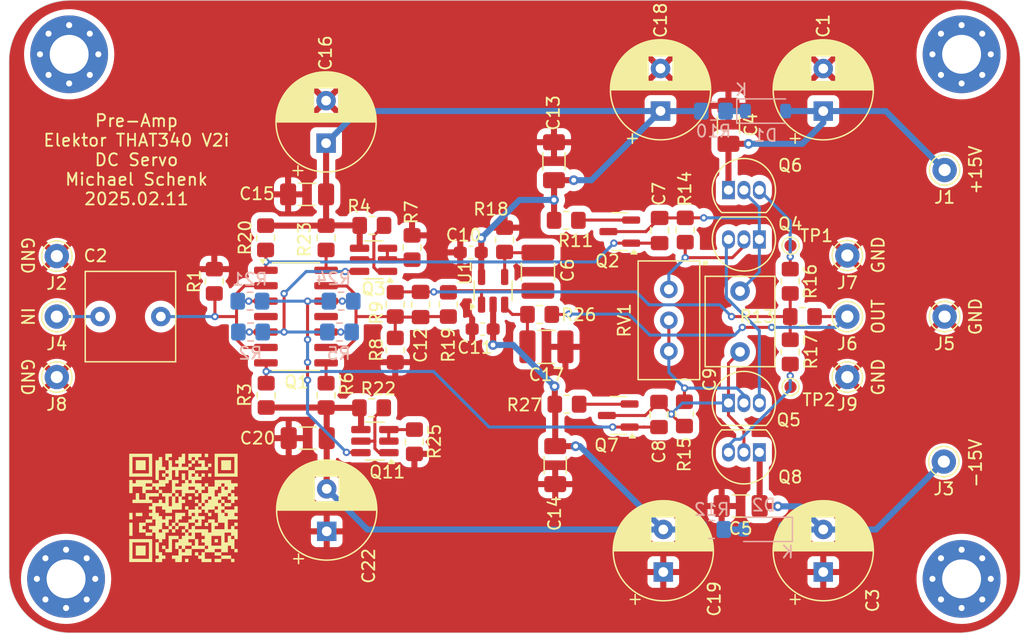
<source format=kicad_pcb>
(kicad_pcb (version 20241229) (generator "pcbnew") (generator_version "9.0")
  (layers (0 "F.Cu" signal) (2 "B.Cu" signal) (13 "F.Paste" user) (15 "B.Paste" user) (5 "F.SilkS" user "F.Silkscreen") (7 "B.SilkS" user "B.Silkscreen") (1 "F.Mask" user) (3 "B.Mask" user) (25 "Edge.Cuts" user))
  (net 0 "")
  (net 1 "GND")
  (net 2 "+15V")
  (net 3 "Net-(J4-Pin_1)")
  (net 4 "-15V")
  (net 5 "Net-(U1--)")
  (net 6 "Net-(Q1A-C)")
  (net 7 "Net-(Q2-C)")
  (net 8 "Net-(C12-Pad1)")
  (net 9 "Net-(Q1C-E)")
  (net 10 "Net-(Q1B-B)")
  (net 11 "Net-(U1-+)")
  (net 12 "Net-(Q1A-B)")
  (net 13 "Net-(Q1A-E)")
  (net 14 "Net-(Q1C-C)")
  (net 15 "Net-(Q1D-E)")
  (net 16 "Net-(Q1B-E)")
  (net 17 "Net-(Q1B-C)")
  (net 18 "Net-(Q3A-E1)")
  (net 19 "Net-(Q3A-B1)")
  (net 20 "Net-(Q3A-C1)")
  (net 21 "Net-(Q4-B)")
  (net 22 "Net-(Q4-E)")
  (net 23 "Net-(Q5-B)")
  (net 24 "DCSERVO_OUT")
  (net 25 "DCSERVO_IN")
  (net 26 "Net-(Q8-E)")
  (net 27 "Net-(Q1-Pad10)")
  (net 28 "Net-(Q11A-E1)")
  (net 29 "Net-(Q11A-B1)")
  (net 30 "Net-(Q11A-C1)")
  (net 31 "Net-(Q5-C)")
  (net 32 "Net-(Q2-E)")
  (net 33 "Net-(Q7-E)")
  (net 34 "Net-(Q6-E)")
  (net 35 "+V")
  (net 36 "-V")
  (net 37 "Net-(D1-K)")
  (net 38 "Net-(D2-A)")
  (footprint "Capacitor_THT:CP_Radial_D8.0mm_P3.50mm" (layer "F.Cu") (at 188.2648 105.0036 90)
    (property "Reference" "C1")
    (property "Value" "220uF")
  )
  (footprint "Capacitor_THT:C_Rect_L7.2mm_W7.2mm_P5.00mm_FKS2_FKP2_MKS2_MKP2" (layer "F.Cu") (at 133.778 121.92 180)
    (property "Reference" "C2")
    (property "Value" "3.3uF")
  )
  (footprint "Capacitor_SMD:C_1206_3216Metric_Pad1.33x1.80mm_HandSolder" (layer "F.Cu") (at 181.4699 137.5156 180)
    (property "Reference" "C5")
    (property "Value" "100nF")
  )
  (footprint "Connector_Pin:Pin_D1.0mm_L10.0mm" (layer "F.Cu") (at 125.222 116.9416)
    (property "Reference" "J2")
    (property "Value" "Conn_01x01")
  )
  (footprint "Connector_Pin:Pin_D1.0mm_L10.0mm" (layer "F.Cu") (at 125.222 121.92)
    (property "Reference" "J4")
    (property "Value" "Conn_01x01")
  )
  (footprint "Resistor_SMD:R_0805_2012Metric_Pad1.20x1.40mm_HandSolder" (layer "F.Cu") (at 138.176 119.015 90)
    (property "Reference" "R1")
    (property "Value" "10k")
  )
  (footprint "Resistor_SMD:R_0805_2012Metric_Pad1.20x1.40mm_HandSolder" (layer "F.Cu") (at 142.4432 128.4064 -90)
    (property "Reference" "R3")
    (property "Value" "806R")
  )
  (footprint "Resistor_SMD:R_0805_2012Metric_Pad1.20x1.40mm_HandSolder" (layer "F.Cu") (at 151.1369 114.4168)
    (property "Reference" "R4")
    (property "Value" "120R")
  )
  (footprint "Resistor_SMD:R_0805_2012Metric_Pad1.20x1.40mm_HandSolder" (layer "F.Cu") (at 147.3708 128.4064 -90)
    (property "Reference" "R6")
    (property "Value" "806R")
  )
  (footprint "Resistor_SMD:R_0805_2012Metric_Pad1.20x1.40mm_HandSolder" (layer "F.Cu") (at 153.0604 120.92 -90)
    (property "Reference" "R9")
    (property "Value" "10k")
  )
  (footprint "MountingHole:MountingHole_3.2mm_M3_Pad_Via" (layer "F.Cu") (at 199.644 143.51)
    (property "Reference" "H2" (hide yes))
    (property "Value" "MountingHole")
  )
  (footprint "MountingHole:MountingHole_3.2mm_M3_Pad_Via" (layer "F.Cu") (at 199.644 100.33)
    (property "Reference" "H1" (hide yes))
    (property "Value" "MountingHole")
  )
  (footprint "Resistor_SMD:R_0805_2012Metric_Pad1.20x1.40mm_HandSolder" (layer "F.Cu") (at 167.1226 113.9952)
    (property "Reference" "R11")
    (property "Value" "249R")
  )
  (footprint "MountingHole:MountingHole_3.2mm_M3_Pad_Via" (layer "F.Cu") (at 126.238 100.33)
    (property "Reference" "H4" (hide yes))
    (property "Value" "MountingHole")
  )
  (footprint "Resistor_SMD:R_0805_2012Metric_Pad1.20x1.40mm_HandSolder" (layer "F.Cu") (at 153.0604 124.6773 -90)
    (property "Reference" "R8")
    (property "Value" "4.7k")
  )
  (footprint "Capacitor_SMD:C_0805_2012Metric_Pad1.18x1.45mm_HandSolder" (layer "F.Cu") (at 155.1432 120.9255 -90)
    (property "Reference" "C12")
    (property "Value" "4.7pF")
  )
  (footprint "Capacitor_SMD:C_1206_3216Metric_Pad1.33x1.80mm_HandSolder" (layer "F.Cu") (at 166.2176 134.1505 -90)
    (property "Reference" "C14")
    (property "Value" "100nF")
  )
  (footprint "Resistor_SMD:R_0805_2012Metric_Pad1.20x1.40mm_HandSolder" (layer "F.Cu") (at 154.4422 116.2362 90)
    (property "Reference" "R7")
    (property "Value" "10k")
  )
  (footprint "Connector_Pin:Pin_D1.0mm_L10.0mm" (layer "F.Cu") (at 190.246 121.92)
    (property "Reference" "J6")
    (property "Value" "Conn_01x01")
  )
  (footprint "Connector_Pin:Pin_D1.0mm_L10.0mm" (layer "F.Cu") (at 190.246 116.8908)
    (property "Reference" "J7")
    (property "Value" "Conn_01x01")
  )
  (footprint "Resistor_SMD:R_0805_2012Metric_Pad1.20x1.40mm_HandSolder" (layer "F.Cu") (at 142.3924 115.4336 -90)
    (property "Reference" "R20")
    (property "Value" "806R")
  )
  (footprint "Resistor_SMD:R_0805_2012Metric_Pad1.20x1.40mm_HandSolder" (layer "F.Cu") (at 151.114 129.4318 180)
    (property "Reference" "R22")
    (property "Value" "120R")
  )
  (footprint "Resistor_SMD:R_0805_2012Metric_Pad1.20x1.40mm_HandSolder" (layer "F.Cu") (at 147.3708 115.4336 -90)
    (property "Reference" "R23")
    (property "Value" "806R")
  )
  (footprint "Resistor_SMD:R_0805_2012Metric_Pad1.20x1.40mm_HandSolder" (layer "F.Cu") (at 154.6352 132.2235 90)
    (property "Reference" "R25")
    (property "Value" "10k")
  )
  (footprint "Resistor_SMD:R_0805_2012Metric_Pad1.20x1.40mm_HandSolder" (layer "F.Cu") (at 167.1828 129.1336 180)
    (property "Reference" "R27")
    (property "Value" "249R")
  )
  (footprint "Connector_Pin:Pin_D1.0mm_L10.0mm" (layer "F.Cu") (at 198.247 109.855)
    (property "Reference" "J1")
    (property "Value" "Conn_01x01")
  )
  (footprint "Connector_Pin:Pin_D1.0mm_L10.0mm" (layer "F.Cu") (at 198.1835 133.858)
    (property "Reference" "J3")
    (property "Value" "Conn_01x01")
  )
  (footprint "Connector_Pin:Pin_D1.0mm_L10.0mm" (layer "F.Cu") (at 198.247 121.92)
    (property "Reference" "J5")
    (property "Value" "Conn_01x01")
  )
  (footprint "Capacitor_THT:CP_Radial_D8.0mm_P3.50mm" (layer "F.Cu") (at 174.879 105 90)
    (property "Reference" "C18")
    (property "Value" "220uF")
  )
  (footprint "Capacitor_THT:CP_Radial_D8.0mm_P3.50mm" (layer "F.Cu") (at 175.1076 142.946 90)
    (property "Reference" "C19")
    (property "Value" "220uF")
  )
  (footprint "Resistor_SMD:R_0805_2012Metric_Pad1.20x1.40mm_HandSolder" (layer "F.Cu") (at 186.547 121.92 180)
    (property "Reference" "R13")
    (property "Value" "47R")
  )
  (footprint "Package_TO_SOT_SMD:SC-74-6_1.55x2.9mm_P0.95mm" (layer "F.Cu") (at 151.2744 117.2464 180)
    (property "Reference" "Q3")
    (property "Value" "BCM857DS,115")
  )
  (footprint "Package_TO_SOT_SMD:SC-74-6_1.55x2.9mm_P0.95mm" (layer "F.Cu") (at 151.3848 132.1709 180)
    (property "Reference" "Q11")
    (property "Value" "BCM847DS,115")
  )
  (footprint "Capacitor_SMD:C_1206_3216Metric_Pad1.33x1.80mm_HandSolder" (layer "F.Cu") (at 166.116 109.1307 -90)
    (property "Reference" "C13")
    (property "Value" "100nF")
  )
  (footprint "Package_SO:SOIC-14_3.9x8.7mm_P1.27mm" (layer "F.Cu") (at 144.894537 121.92)
    (property "Reference" "Q1")
    (property "Value" "THAT340")
  )
  (footprint "Capacitor_THT:C_Rect_L7.2mm_W5.5mm_P5.00mm_FKS2_FKP2_MKS2_MKP2" (layer "F.Cu") (at 181.4195 124.8245 90)
    (property "Reference" "C9")
    (property "Value" "1uF")
  )
  (footprint "Package_TO_SOT_SMD:SOT-23" (layer "F.Cu") (at 171.5285 114.9248 180)
    (property "Reference" "Q2")
    (property "Value" "BC860C")
  )
  (footprint "Package_TO_SOT_THT:TO-92_Inline" (layer "F.Cu") (at 183.007 115.57 180)
    (property "Reference" "Q4")
    (property "Value" "BC550C")
  )
  (footprint "Package_TO_SOT_THT:TO-92_Inline" (layer "F.Cu") (at 180.467 129.032)
    (property "Reference" "Q5")
    (property "Value" "BC560C")
  )
  (footprint "Package_TO_SOT_THT:TO-92_Inline" (layer "F.Cu") (at 180.467 111.506)
    (property "Reference" "Q6")
    (property "Value" "BC337-40")
  )
  (footprint "Package_TO_SOT_THT:TO-92_Inline" (layer "F.Cu") (at 183.007 133.096 180)
    (property "Reference" "Q8")
    (property "Value" "BC327-40")
  )
  (footprint "Resistor_SMD:R_0805_2012Metric_Pad1.20x1.40mm_HandSolder" (layer "F.Cu") (at 176.911 114.792 -90)
    (property "Reference" "R14")
    (property "Value" "390R")
  )
  (footprint "Resistor_SMD:R_0805_2012Metric_Pad1.20x1.40mm_HandSolder" (layer "F.Cu") (at 176.8475 129.9309 -90)
    (property "Reference" "R15")
    (property "Value" "390R")
  )
  (footprint "Resistor_SMD:R_0805_2012Metric_Pad1.20x1.40mm_HandSolder" (layer "F.Cu") (at 185.547 119.015 -90)
    (property "Reference" "R16")
    (property "Value" "10R")
  )
  (footprint "Resistor_SMD:R_0805_2012Metric_Pad1.20x1.40mm_HandSolder" (layer "F.Cu") (at 185.547 124.825 -90)
    (property "Reference" "R17")
    (property "Value" "10R")
  )
  (footprint "Potentiometer_THT:Potentiometer_Bourns_3296W_Vertical" (layer "F.Cu") (at 175.5648 119.6848 90)
    (property "Reference" "RV1")
    (property "Value" "10k")
  )
  (footprint "MountingHole:MountingHole_3.2mm_M3_Pad_Via" (layer "F.Cu") (at 125.984 143.51)
    (property "Reference" "H3" (hide yes))
    (property "Value" "MountingHole")
  )
  (footprint "Capacitor_SMD:C_1206_3216Metric_Pad1.33x1.80mm_HandSolder" (layer "F.Cu") (at 180.467 106.1335 -90)
    (property "Reference" "C4")
    (property "Value" "100nF")
  )
  (footprint "Capacitor_THT:CP_Radial_D8.0mm_P3.50mm" (layer "F.Cu") (at 188.2648 142.946 90)
    (property "Reference" "C3")
    (property "Value" "220uF")
  )
  (footprint "Capacitor_SMD:C_1210_3225Metric_Pad1.33x2.70mm_HandSolder" (layer "F.Cu") (at 164.7952 118.2258 90)
    (property "Reference" "C6")
    (property "Value" "1uF/16V")
  )
  (footprint "Capacitor_SMD:C_0603_1608Metric_Pad1.08x0.95mm_HandSolder" (layer "F.Cu") (at 159.27028 116.6387)
    (property "Reference" "C10")
    (property "Value" "100nF")
  )
  (footprint "Capacitor_SMD:C_0603_1608Metric_Pad1.08x0.95mm_HandSolder" (layer "F.Cu") (at 160.24818 122.9506)
    (property "Reference" "C11")
    (property "Value" "100nF")
  )
  (footprint "Capacitor_SMD:C_1210_3225Metric_Pad1.33x2.70mm_HandSolder" (layer "F.Cu") (at 165.4941 124.4092 180)
    (property "Reference" "C17")
    (property "Value" "1uF/16V")
  )
  (footprint "Resistor_SMD:R_0805_2012Metric_Pad1.20x1.40mm_HandSolder" (layer "F.Cu") (at 162.052 115.6006 90)
    (property "Reference" "R18")
    (property "Value" "160k")
  )
  (footprint "Resistor_SMD:R_0805_2012Metric_Pad1.20x1.40mm_HandSolder" (layer "F.Cu") (at 157.4292 120.92 -90)
    (property "Reference" "R19")
    (property "Value" "47k")
  )
  (footprint "Resistor_SMD:R_0805_2012Metric_Pad1.20x1.40mm_HandSolder" (layer "F.Cu") (at 164.93668 121.7441 180)
    (property "Reference" "R26")
    (property "Value" "160k")
  )
  (footprint "Package_TO_SOT_SMD:TSOT-23-5" (layer "F.Cu") (at 161.10818 119.7991 90)
    (property "Reference" "U1")
    (property "Value" "OPA182IDBVR")
  )
  (footprint "Capacitor_SMD:C_1206_3216Metric_Pad1.33x1.80mm_HandSolder" (layer "F.Cu") (at 145.8591 131.9276 180)
    (property "Reference" "C20")
    (property "Value" "100nF")
  )
  (footprint "Package_TO_SOT_SMD:SOT-23" (layer "F.Cu") (at 171.3992 130.0632 180)
    (property "Reference" "Q7")
    (property "Value" "BC850C")
  )
  (footprint "Capacitor_SMD:C_0805_2012Metric_Pad1.18x1.45mm_HandSolder" (layer "F.Cu") (at 174.8028 114.8373 -90)
    (property "Reference" "C7")
    (property "Value" "22pF")
  )
  (footprint "TestPoint:TestPoint_Pad_D1.0mm" (layer "F.Cu") (at 185.5724 127.7112)
    (property "Reference" "TP2")
    (property "Value" "TestPoint")
  )
  (footprint "Capacitor_THT:CP_Radial_D8.0mm_P3.50mm" (layer "F.Cu") (at 147.4216 139.5984 90)
    (property "Reference" "C22")
    (property "Value" "220uF")
  )
  (footprint "Capacitor_SMD:C_1206_3216Metric_Pad1.33x1.80mm_HandSolder" (layer "F.Cu") (at 145.8083 111.8616)
    (property "Reference" "C15")
    (property "Value" "100nF")
  )
  (footprint "Connector_Pin:Pin_D1.0mm_L10.0mm" (layer "F.Cu") (at 125.222 126.8984)
    (property "Reference" "J8")
    (property "Value" "Conn_01x01")
  )
  (footprint "TestPoint:TestPoint_Pad_D1.0mm" (layer "F.Cu") (at 185.5724 116.078)
    (property "Reference" "TP1")
    (property "Value" "TestPoint")
  )
  (footprint "Connector_Pin:Pin_D1.0mm_L10.0mm" (layer "F.Cu") (at 190.246 126.8984)
    (property "Reference" "J9")
    (property "Value" "Conn_01x01")
  )
  (footprint "Capacitor_THT:CP_Radial_D8.0mm_P3.50mm" (layer "F.Cu") (at 147.3708 107.6452 90)
    (property "Reference" "C16")
    (property "Value" "220uF")
  )
  (footprint "LOGO" (layer "F.Cu") (at 135.636 137.668)
    (property "Reference" "G***" (hide yes))
    (property "Value" "LOGO" (hide yes))
  )
  (footprint "Capacitor_SMD:C_0805_2012Metric_Pad1.18x1.45mm_HandSolder" (layer "F.Cu") (at 174.752 129.9781 -90)
    (property "Reference" "C8")
    (property "Value" "22pF")
  )
  (footprint "Resistor_SMD:R_0805_2012Metric_Pad1.20x1.40mm_HandSolder" (layer "B.Cu") (at 141.1572 123.19 180)
    (property "Reference" "R2")
    (property "Value" "80.6R")
  )
  (footprint "Resistor_SMD:R_0805_2012Metric_Pad1.20x1.40mm_HandSolder" (layer "B.Cu") (at 148.4724 123.19)
    (property "Reference" "R5")
    (property "Value" "80.6R")
  )
  (footprint "Resistor_SMD:R_0805_2012Metric_Pad1.20x1.40mm_HandSolder" (layer "B.Cu") (at 141.1064 120.65)
    (property "Reference" "R21")
    (property "Value" "80.6R")
  )
  (footprint "Resistor_SMD:R_0805_2012Metric_Pad1.20x1.40mm_HandSolder" (layer "B.Cu") (at 148.606 120.65 180)
    (property "Reference" "R24")
    (property "Value" "80.6R")
  )
  (footprint "Diode_SMD:D_SOD-123" (layer "B.Cu") (at 183.3658 139.4364 180)
    (property "Reference" "D2")
    (property "Value" "1N4148WQ-7-F")
  )
  (footprint "Diode_SMD:D_SOD-123" (layer "B.Cu") (at 183.514 105.0036)
    (property "Reference" "D1")
    (property "Value" "1N4148WQ-7-F")
  )
  (footprint "Resistor_SMD:R_0805_2012Metric_Pad1.20x1.40mm_HandSolder" (layer "B.Cu") (at 179.086 139.446 180)
    (property "Reference" "R12")
    (property "Value" "100R")
  )
  (footprint "Resistor_SMD:R_0805_2012Metric_Pad1.20x1.40mm_HandSolder" (layer "B.Cu") (at 179.2342 105.0068)
    (property "Reference" "R10")
    (property "Value" "100R")
  )
  (gr_line (start 121.285 142.955) (end 121.285 100.885) (stroke (width 0.05)) (layer "Edge.Cuts"))
  (gr_line (start 204.47 100.885) (end 204.47 142.955) (stroke (width 0.05)) (layer "Edge.Cuts"))
  (gr_arc (start 204.47 142.955) (mid 203.005534 146.490534) (end 199.47 147.955) (stroke (width 0.05)) (layer "Edge.Cuts"))
  (gr_arc (start 126.285 147.955) (mid 122.749466 146.490534) (end 121.285 142.955) (stroke (width 0.05)) (layer "Edge.Cuts"))
  (gr_line (start 199.47 147.955) (end 126.285 147.955) (stroke (width 0.05)) (layer "Edge.Cuts"))
  (gr_arc (start 199.47 95.885) (mid 203.005534 97.349466) (end 204.47 100.885) (stroke (width 0.05)) (layer "Edge.Cuts"))
  (gr_line (start 126.285 95.885) (end 199.47 95.885) (stroke (width 0.05)) (layer "Edge.Cuts"))
  (gr_arc (start 121.285 100.885) (mid 122.749466 97.349466) (end 126.285 95.885) (stroke (width 0.05)) (layer "Edge.Cuts"))
  (gr_text "GND" (at 192.786 116.84 90) (layer "F.SilkS") (effects (font (size 1 1))))
  (gr_text "OUT" (at 192.786 121.92 90) (layer "F.SilkS") (effects (font (size 1 1))))
  (gr_text "GND" (at 200.787 121.92 90) (layer "F.SilkS") (effects (font (size 1 1))))
  (gr_text "+15V" (at 200.787 109.855 90) (layer "F.SilkS") (effects (font (size 1 1))))
  (gr_text "-15V" (at 200.787 133.985 90) (layer "F.SilkS") (effects (font (size 1 1))))
  (gr_text "Pre-Amp\nElektor THAT340 V2i\nDC Servo\nMichael Schenk\n2025.02.11" (at 131.7752 109.0168 0) (layer "F.SilkS") (effects (font (size 1 1))))
  (gr_text "IN" (at 122.809 121.92 270) (layer "F.SilkS") (effects (font (size 1 1))))
  (gr_text "GND" (at 192.786 126.8984 90) (layer "F.SilkS") (effects (font (size 1 1))))
  (gr_text "GND" (at 122.809 116.8908 270) (layer "F.SilkS") (effects (font (size 1 1))))
  (gr_text "GND" (at 122.809 126.8984 270) (layer "F.SilkS") (effects (font (size 1 1))))
  (gr_text "°" (at 178.562 117.9068 0) (layer "F.SilkS") (effects (font (size 1 1))))
  (gr_text "K" (at 185.928 141.8844 0) (layer "B.SilkS") (effects (font (size 1 1)) (justify left bottom mirror)))
  (gr_text "K" (at 182.118 103.8352 0) (layer "B.SilkS") (effects (font (size 1 1)) (justify left bottom mirror)))
  (segment (start 180.467 105.0218) (end 180.4888 105) (width 0.5) (layer "F.Cu") (net 1))
  (segment (start 180.467 107.696) (end 180.467 111.506) (width 0.5) (layer "F.Cu") (net 2))
  (segment (start 180.467 107.696) (end 182.118 107.696) (width 0.5) (layer "F.Cu") (net 2))
  (via (at 182.118 107.696) (size 0.8) (drill 0.4) (layers "F.Cu" "B.Cu") (net 2))
  (segment (start 186.5376 107.696) (end 182.118 107.696) (width 0.5) (layer "B.Cu") (net 2))
  (segment (start 198.247 109.855) (end 193.3956 105.0036) (width 0.5) (layer "B.Cu") (net 2))
  (segment (start 188.2648 105.9688) (end 186.5376 107.696) (width 0.5) (layer "B.Cu") (net 2))
  (segment (start 188.2648 105.0036) (end 188.2648 105.9688) (width 0.5) (layer "B.Cu") (net 2))
  (segment (start 188.2648 105.0036) (end 193.3956 105.0036) (width 0.5) (layer "B.Cu") (net 2))
  (segment (start 188.2648 105.0036) (end 185.164 105.0036) (width 0.5) (layer "B.Cu") (net 2))
  (segment (start 125.222 121.92) (end 128.778 121.92) (width 0.25) (layer "B.Cu") (net 3))
  (segment (start 183.0324 137.5156) (end 184.5056 137.5156) (width 0.5) (layer "F.Cu") (net 4))
  (segment (start 183.0324 137.5156) (end 183.0324 133.1214) (width 0.5) (layer "F.Cu") (net 4))
  (segment (start 184.5056 137.5156) (end 184.531 137.541) (width 0.5) (layer "F.Cu") (net 4))
  (via (at 184.531 137.541) (size 0.8) (drill 0.4) (layers "F.Cu" "B.Cu") (net 4))
  (segment (start 186.3598 137.541) (end 184.531 137.541) (width 0.5) (layer "B.Cu") (net 4))
  (segment (start 188.2648 139.446) (end 186.3598 137.541) (width 0.5) (layer "B.Cu") (net 4))
  (segment (start 188.2648 139.446) (end 185.0254 139.446) (width 0.5) (layer "B.Cu") (net 4))
  (segment (start 185.0254 139.446) (end 185.0158 139.4364) (width 0.5) (layer "B.Cu") (net 4))
  (segment (start 192.5955 139.446) (end 198.1835 133.858) (width 0.5) (layer "B.Cu") (net 4))
  (segment (start 188.2648 139.446) (end 192.5955 139.446) (width 0.5) (layer "B.Cu") (net 4))
  (segment (start 162.1147 116.6633) (end 162.052 116.6006) (width 0.25) (layer "F.Cu") (net 5))
  (segment (start 162.05818 118.6616) (end 162.05818 116.60678) (width 0.25) (layer "F.Cu") (net 5))
  (segment (start 164.7952 116.6633) (end 162.1147 116.6633) (width 0.25) (layer "F.Cu") (net 5))
  (segment (start 162.05818 116.60678) (end 162.052 116.6006) (width 0.25) (layer "F.Cu") (net 5))
  (segment (start 142.419537 117.422463) (end 142.419537 116.460737) (width 0.25) (layer "F.Cu") (net 6))
  (segment (start 172.466 115.8748) (end 171.0436 115.8748) (width 0.25) (layer "F.Cu") (net 6))
  (segment (start 172.466 115.8748) (end 174.8028 115.8748) (width 0.25) (layer "F.Cu") (net 6))
  (segment (start 142.419537 118.11) (end 142.419537 117.422463) (width 0.25) (layer "F.Cu") (net 6))
  (via (at 171.0436 115.8748) (size 0.6) (drill 0.3) (layers "F.Cu" "B.Cu") (net 6))
  (via (at 142.419537 117.422463) (size 0.6) (drill 0.3) (layers "F.Cu" "B.Cu") (net 6))
  (segment (start 171.0436 115.8748) (end 169.495937 117.422463) (width 0.25) (layer "B.Cu") (net 6))
  (segment (start 169.495937 117.422463) (end 142.419537 117.422463) (width 0.25) (layer "B.Cu") (net 6))
  (segment (start 173.6778 114.9248) (end 174.8028 113.7998) (width 0.25) (layer "F.Cu") (net 7))
  (segment (start 170.591 114.9248) (end 173.6778 114.9248) (width 0.25) (layer "F.Cu") (net 7))
  (segment (start 174.795 113.792) (end 174.8028 113.7998) (width 0.25) (layer "F.Cu") (net 7))
  (segment (start 178.435 113.792) (end 176.911 113.792) (width 0.25) (layer "F.Cu") (net 7))
  (segment (start 174.8028 113.7998) (end 176.9032 113.7998) (width 0.25) (layer "F.Cu") (net 7))
  (segment (start 176.9032 113.7998) (end 176.911 113.792) (width 0.25) (layer "F.Cu") (net 7))
  (via (at 178.435 113.792) (size 0.6) (drill 0.3) (layers "F.Cu" "B.Cu") (net 7))
  (segment (start 181.4195 119.8245) (end 183.007 118.237) (width 0.25) (layer "B.Cu") (net 7))
  (segment (start 183.007 113.792) (end 178.435 113.792) (width 0.25) (layer "B.Cu") (net 7))
  (segment (start 183.007 113.792) (end 183.007 112.933095) (width 0.25) (layer "B.Cu") (net 7))
  (segment (start 183.007 112.933095) (end 181.737 111.663095) (width 0.25) (layer "B.Cu") (net 7))
  (segment (start 183.007 115.57) (end 183.007 113.792) (width 0.25) (layer "B.Cu") (net 7))
  (segment (start 183.007 118.237) (end 183.007 115.57) (width 0.25) (layer "B.Cu") (net 7))
  (segment (start 185.547 123.825) (end 185.547 121.92) (width 0.25) (layer "F.Cu") (net 8))
  (segment (start 185.547 121.92) (end 185.547 120.015) (width 0.25) (layer "F.Cu") (net 8))
  (segment (start 155.1432 119.888) (end 153.0604 119.888) (width 0.25) (layer "F.Cu") (net 8))
  (segment (start 156.2297 119.888) (end 155.1432 119.888) (width 0.25) (layer "F.Cu") (net 8))
  (segment (start 180.721 121.92) (end 185.547 121.92) (width 0.25) (layer "F.Cu") (net 8))
  (via (at 156.2297 119.888) (size 0.6) (drill 0.3) (layers "F.Cu" "B.Cu") (net 8))
  (via (at 180.721 121.92) (size 0.6) (drill 0.3) (layers "F.Cu" "B.Cu") (net 8))
  (segment (start 172.8724 119.888) (end 173.9392 120.9548) (width 0.25) (layer "B.Cu") (net 8))
  (segment (start 173.9392 120.9548) (end 179.7558 120.9548) (width 0.25) (layer "B.Cu") (net 8))
  (segment (start 179.7558 120.9548) (end 180.721 121.92) (width 0.25) (layer "B.Cu") (net 8))
  (segment (start 156.2297 119.888) (end 172.8724 119.888) (width 0.25) (layer "B.Cu") (net 8))
  (segment (start 172.3367 131.0132) (end 170.942 131.0132) (width 0.25) (layer "F.Cu") (net 9))
  (segment (start 173.5352 131.0156) (end 173.5328 131.0132) (width 0.25) (layer "F.Cu") (net 9))
  (segment (start 142.4432 127.4064) (end 142.4432 126.4412) (width 0.25) (layer "F.Cu") (net 9))
  (segment (start 142.4432 126.4412) (end 142.4432 125.753663) (width 0.25) (layer "F.Cu") (net 9))
  (segment (start 173.5304 131.0156) (end 172.3391 131.0156) (width 0.25) (layer "F.Cu") (net 9))
  (segment (start 142.4432 125.753663) (end 142.419537 125.73) (width 0.25) (layer "F.Cu") (net 9))
  (segment (start 174.752 131.0156) (end 173.5352 131.0156) (width 0.25) (layer "F.Cu") (net 9))
  (segment (start 173.5328 131.0132) (end 173.5304 131.0156) (width 0.25) (layer "F.Cu") (net 9))
  (segment (start 172.3391 131.0156) (end 172.3367 131.0132) (width 0.25) (layer "F.Cu") (net 9))
  (via (at 170.942 131.0132) (size 0.6) (drill 0.3) (layers "F.Cu" "B.Cu") (net 9))
  (via (at 142.4432 126.4412) (size 0.6) (drill 0.3) (layers "F.Cu" "B.Cu") (net 9))
  (segment (start 156.21 126.4412) (end 142.4432 126.4412) (width 0.25) (layer "B.Cu") (net 9))
  (segment (start 160.782 131.0132) (end 156.21 126.4412) (width 0.25) (layer "B.Cu") (net 9))
  (segment (start 170.942 131.0132) (end 160.782 131.0132) (width 0.25) (layer "B.Cu") (net 9))
  (segment (start 170.942 131.0132) (end 170.8266 131.1286) (width 0.25) (layer "B.Cu") (net 9))
  (segment (start 153.1034 121.963) (end 153.0604 121.92) (width 0.25) (layer "F.Cu") (net 10))
  (segment (start 149.86 121.92) (end 149.8346 121.8946) (width 0.25) (layer "F.Cu") (net 10))
  (segment (start 149.0726 119.4054) (end 147.4328 119.4054) (width 0.25) (layer "F.Cu") (net 10))
  (segment (start 147.382 124.4346) (end 149.1234 124.4346) (width 0.25) (layer "F.Cu") (net 10))
  (segment (start 155.1432 121.963) (end 153.1034 121.963) (width 0.25) (layer "F.Cu") (net 10))
  (segment (start 149.8346 121.8946) (end 149.8346 120.1674) (width 0.25) (layer "F.Cu") (net 10))
  (segment (start 149.8346 123.7234) (end 149.8346 121.8946) (width 0.25) (layer "F.Cu") (net 10))
  (segment (start 153.0604 123.6773) (end 153.0604 121.92) (width 0.25) (layer "F.Cu") (net 10))
  (segment (start 149.1234 124.4346) (end 149.8346 123.7234) (width 0.25) (layer "F.Cu") (net 10))
  (segment (start 157.4292 121.92) (end 155.1862 121.92) (width 0.25) (layer "F.Cu") (net 10))
  (segment (start 153.0604 121.92) (end 149.86 121.92) (width 0.25) (layer "F.Cu") (net 10))
  (segment (start 149.8346 120.1674) (end 149.0726 119.4054) (width 0.25) (layer "F.Cu") (net 10))
  (segment (start 163.9316 121.74918) (end 163.93668 121.7441) (width 0.25) (layer "F.Cu") (net 11))
  (segment (start 163.9316 124.4092) (end 163.9316 121.74918) (width 0.25) (layer "F.Cu") (net 11))
  (segment (start 162.69318 121.7441) (end 162.05818 121.1091) (width 0.25) (layer "F.Cu") (net 11))
  (segment (start 163.93668 121.7441) (end 162.69318 121.7441) (width 0.25) (layer "F.Cu") (net 11))
  (segment (start 138.2268 121.92) (end 140.0048 121.92) (width 0.25) (layer "F.Cu") (net 12))
  (segment (start 142.419537 119.38) (end 140.6652 119.38) (width 0.25) (layer "F.Cu") (net 12))
  (segment (start 140.0048 120.0404) (end 140.0048 121.92) (width 0.25) (layer "F.Cu") (net 12))
  (segment (start 138.2268 120.0658) (end 138.176 120.015) (width 0.25) (layer "F.Cu") (net 12))
  (segment (start 138.2268 121.92) (end 138.2268 120.0658) (width 0.25) (layer "F.Cu") (net 12))
  (segment (start 140.0048 121.92) (end 140.0048 123.7996) (width 0.25) (layer "F.Cu") (net 12))
  (segment (start 140.6652 119.38) (end 140.0048 120.0404) (width 0.25) (layer "F.Cu") (net 12))
  (segment (start 140.6652 124.46) (end 142.419537 124.46) (width 0.25) (layer "F.Cu") (net 12))
  (segment (start 140.0048 123.7996) (end 140.6652 124.46) (width 0.25) (layer "F.Cu") (net 12))
  (via (at 138.2268 121.92) (size 0.6) (drill 0.3) (layers "F.Cu" "B.Cu") (net 12))
  (segment (start 133.778 121.92) (end 138.2268 121.92) (width 0.25) (layer "B.Cu") (net 12))
  (segment (start 142.419537 120.65) (end 141.0069 120.65) (width 0.25) (layer "F.Cu") (net 13))
  (via (at 141.0069 120.65) (size 0.6) (drill 0.3) (layers "F.Cu" "B.Cu") (net 13))
  (segment (start 141.0069 120.65) (end 140.1064 120.65) (width 0.25) (layer "B.Cu") (net 13))
  (segment (start 142.419537 123.19) (end 141.0577 123.19) (width 0.25) (layer "F.Cu") (net 14))
  (via (at 141.0577 123.19) (size 0.6) (drill 0.3) (layers "F.Cu" "B.Cu") (net 14))
  (segment (start 141.0577 123.19) (end 140.1572 123.19) (width 0.25) (layer "B.Cu") (net 14))
  (segment (start 147.369537 125.73) (end 147.369537 127.405137) (width 0.25) (layer "F.Cu") (net 15))
  (segment (start 147.369537 120.65) (end 148.7055 120.65) (width 0.25) (layer "F.Cu") (net 16))
  (via (at 148.7055 120.65) (size 0.6) (drill 0.3) (layers "F.Cu" "B.Cu") (net 16))
  (segment (start 148.7055 120.65) (end 149.606 120.65) (width 0.25) (layer "B.Cu") (net 16))
  (segment (start 147.369537 118.11) (end 147.369537 116.434863) (width 0.25) (layer "F.Cu") (net 17))
  (segment (start 151.2994 117.2464) (end 151.2994 115.2543) (width 0.25) (layer "F.Cu") (net 18))
  (segment (start 151.624401 118.1964) (end 151.2994 117.871399) (width 0.25) (layer "F.Cu") (net 18))
  (segment (start 152.4244 118.1964) (end 151.624401 118.1964) (width 0.25) (layer "F.Cu") (net 18))
  (segment (start 151.2994 117.871399) (end 151.2994 117.2464) (width 0.25) (layer "F.Cu") (net 18))
  (segment (start 150.1244 117.2464) (end 151.2994 117.2464) (width 0.25) (layer "F.Cu") (net 18))
  (segment (start 151.2994 115.2543) (end 152.1369 114.4168) (width 0.25) (layer "F.Cu") (net 18))
  (segment (start 152.4119 116.2964) (end 152.4119 117.2464) (width 0.25) (layer "F.Cu") (net 19))
  (segment (start 152.4119 117.2464) (end 154.432 117.2464) (width 0.25) (layer "F.Cu") (net 19))
  (segment (start 143.9164 123.19) (end 143.9164 120.0255) (width 0.25) (layer "F.Cu") (net 20))
  (segment (start 150.1369 118.1964) (end 148.9608 118.1964) (width 0.25) (layer "F.Cu") (net 20))
  (segment (start 148.9608 118.1964) (end 148.9456 118.2116) (width 0.25) (layer "F.Cu") (net 20))
  (via (at 143.9164 123.19) (size 0.6) (drill 0.3) (layers "F.Cu" "B.Cu") (net 20))
  (via (at 143.9164 120.0255) (size 0.6) (drill 0.3) (layers "F.Cu" "B.Cu") (net 20))
  (via (at 148.9456 118.2116) (size 0.6) (drill 0.3) (layers "F.Cu" "B.Cu") (net 20))
  (segment (start 145.7303 118.2116) (end 143.9164 120.0255) (width 0.25) (layer "B.Cu") (net 20))
  (segment (start 147.4724 123.19) (end 143.9164 123.19) (width 0.25) (layer "B.Cu") (net 20))
  (segment (start 148.9456 118.2116) (end 145.7303 118.2116) (width 0.25) (layer "B.Cu") (net 20))
  (segment (start 143.9164 123.19) (end 142.1572 123.19) (width 0.25) (layer "B.Cu") (net 20))
  (segment (start 176.911 117.0686) (end 180.7884 117.0686) (width 0.25) (layer "F.Cu") (net 21))
  (segment (start 180.7884 117.0686) (end 181.737 116.12) (width 0.25) (layer "F.Cu") (net 21))
  (segment (start 176.911 115.792) (end 176.911 117.0686) (width 0.25) (layer "F.Cu") (net 21))
  (via (at 176.911 117.0686) (size 0.6) (drill 0.3) (layers "F.Cu" "B.Cu") (net 21))
  (segment (start 175.5648 118.4148) (end 175.5648 119.6848) (width 0.25) (layer "B.Cu") (net 21))
  (segment (start 176.911 117.0686) (end 175.5648 118.4148) (width 0.25) (layer "B.Cu") (net 21))
  (segment (start 183.007 123.077002) (end 180.294499 120.364501) (width 0.25) (layer "B.Cu") (net 22))
  (segment (start 180.294499 120.364501) (end 180.294499 115.742501) (width 0.25) (layer "B.Cu") (net 22))
  (segment (start 183.007 129.032) (end 183.007 123.077002) (width 0.25) (layer "B.Cu") (net 22))
  (segment (start 175.5648 124.7648) (end 175.5648 122.2248) (width 0.25) (layer "F.Cu") (net 23))
  (segment (start 176.8475 128.9309) (end 176.8475 127.8194) (width 0.25) (layer "F.Cu") (net 23))
  (via (at 176.8602 127.8067) (size 0.6) (drill 0.3) (layers "F.Cu" "B.Cu") (net 23))
  (segment (start 176.8602 127.8067) (end 175.5648 126.5113) (width 0.25) (layer "B.Cu") (net 23))
  (segment (start 181.1667 127.8067) (end 176.8602 127.8067) (width 0.25) (layer "B.Cu") (net 23))
  (segment (start 181.737 129.032) (end 181.737 128.377) (width 0.25) (layer "B.Cu") (net 23))
  (segment (start 175.5648 126.5113) (end 175.5648 124.7648) (width 0.25) (layer "B.Cu") (net 23))
  (segment (start 181.737 128.377) (end 181.1667 127.8067) (width 0.25) (layer "B.Cu") (net 23))
  (segment (start 160.15818 119.80442) (end 160.1743 119.7883) (width 0.25) (layer "F.Cu") (net 24))
  (segment (start 160.1743 119.7883) (end 157.5609 119.7883) (width 0.25) (layer "F.Cu") (net 24))
  (segment (start 164.7952 119.7883) (end 160.1743 119.7883) (width 0.25) (layer "F.Cu") (net 24))
  (segment (start 160.15818 120.9366) (end 160.15818 119.80442) (width 0.25) (layer "F.Cu") (net 24))
  (segment (start 157.5609 119.7883) (end 157.4292 119.92) (width 0.25) (layer "F.Cu") (net 24))
  (segment (start 187.547 121.92) (end 190.246 121.92) (width 0.25) (layer "F.Cu") (net 25))
  (segment (start 167.3079 121.7441) (end 167.3352 121.7168) (width 0.25) (layer "F.Cu") (net 25))
  (segment (start 165.93668 121.7441) (end 167.3079 121.7441) (width 0.25) (layer "F.Cu") (net 25))
  (segment (start 181.61 122.809) (end 184.023 122.809) (width 0.25) (layer "F.Cu") (net 25))
  (via (at 184.023 122.809) (size 0.6) (drill 0.3) (layers "F.Cu" "B.Cu") (net 25))
  (via (at 181.61 122.809) (size 0.6) (drill 0.3) (layers "F.Cu" "B.Cu") (net 25))
  (via (at 167.3352 121.7168) (size 0.6) (drill 0.3) (layers "F.Cu" "B.Cu") (net 25))
  (segment (start 173.99 123.444) (end 180.975 123.444) (width 0.25) (layer "B.Cu") (net 25))
  (segment (start 180.975 123.444) (end 181.61 122.809) (width 0.25) (layer "B.Cu") (net 25))
  (segment (start 184.023 122.809) (end 189.357 122.809) (width 0.25) (layer "B.Cu") (net 25))
  (segment (start 189.357 122.809) (end 190.246 121.92) (width 0.25) (layer "B.Cu") (net 25))
  (segment (start 167.3352 121.7168) (end 172.2628 121.7168) (width 0.25) (layer "B.Cu") (net 25))
  (segment (start 172.2628 121.7168) (end 173.99 123.444) (width 0.25) (layer "B.Cu") (net 25))
  (segment (start 185.547 127.6858) (end 185.5724 127.7112) (width 0.25) (layer "F.Cu") (net 26))
  (segment (start 185.547 125.825) (end 185.547 126.7968) (width 0.25) (layer "F.Cu") (net 26))
  (segment (start 185.547 126.7968) (end 185.547 127.6858) (width 0.25) (layer "F.Cu") (net 26))
  (via (at 185.547 126.7968) (size 0.6) (drill 0.3) (layers "F.Cu" "B.Cu") (net 26))
  (segment (start 185.547 126.7968) (end 185.547 127.919082) (width 0.25) (layer "B.Cu") (net 26))
  (segment (start 180.467 132.5372) (end 180.467 133.096) (width 0.25) (layer "B.Cu") (net 26))
  (segment (start 185.547 127.919082) (end 181.445082 132.021) (width 0.25) (layer "B.Cu") (net 26))
  (segment (start 180.9832 132.021) (end 180.467 132.5372) (width 0.25) (layer "B.Cu") (net 26))
  (segment (start 181.445082 132.021) (end 180.9832 132.021) (width 0.25) (layer "B.Cu") (net 26))
  (segment (start 147.369537 123.19) (end 148.5719 123.19) (width 0.25) (layer "F.Cu") (net 27))
  (via (at 148.5719 123.19) (size 0.6) (drill 0.3) (layers "F.Cu" "B.Cu") (net 27))
  (segment (start 148.5719 123.19) (end 149.4724 123.19) (width 0.25) (layer "B.Cu") (net 27))
  (segment (start 151.384 130.1618) (end 152.114 129.4318) (width 0.25) (layer "F.Cu") (net 28))
  (segment (start 151.3733 132.1709) (end 151.384 132.1816) (width 0.25) (layer "F.Cu") (net 28))
  (segment (start 152.5348 133.1209) (end 151.734801 133.1209) (width 0.25) (layer "F.Cu") (net 28))
  (segment (start 150.2348 132.1709) (end 151.3733 132.1709) (width 0.25) (layer "F.Cu") (net 28))
  (segment (start 151.384 132.1816) (end 151.384 130.1618) (width 0.25) (layer "F.Cu") (net 28))
  (segment (start 151.384 132.770099) (end 151.384 132.1816) (width 0.25) (layer "F.Cu") (net 28))
  (segment (start 151.734801 133.1209) (end 151.384 132.770099) (width 0.25) (layer "F.Cu") (net 28))
  (segment (start 154.6352 131.2235) (end 152.5374 131.2235) (width 0.25) (layer "F.Cu") (net 29))
  (segment (start 152.5374 131.2235) (end 152.5348 131.2209) (width 0.25) (layer "F.Cu") (net 29))
  (segment (start 152.5223 132.1709) (end 152.5223 131.2209) (width 0.25) (layer "F.Cu") (net 29))
  (segment (start 152.5249 131.2235) (end 152.5223 131.2209) (width 0.25) (layer "F.Cu") (net 29))
  (segment (start 145.8468 125.6792) (end 145.8468 127.1524) (width 0.25) (layer "F.Cu") (net 30))
  (segment (start 145.8468 120.65) (end 145.8468 123.8145) (width 0.25) (layer "F.Cu") (net 30))
  (segment (start 149.0472 133.096) (end 150.2224 133.096) (width 0.25) (layer "F.Cu") (net 30))
  (segment (start 150.2224 133.096) (end 150.2473 133.1209) (width 0.25) (layer "F.Cu") (net 30))
  (via (at 145.8468 125.6792) (size 0.6) (drill 0.3) (layers "F.Cu" "B.Cu") (net 30))
  (via (at 149.0472 133.096) (size 0.6) (drill 0.3) (layers "F.Cu" "B.Cu") (net 30))
  (via (at 145.8468 120.65) (size 0.6) (drill 0.3) (layers "F.Cu" "B.Cu") (net 30))
  (via (at 145.8468 123.8145) (size 0.6) (drill 0.3) (layers "F.Cu" "B.Cu") (net 30))
  (via (at 145.8468 127.1524) (size 0.6) (drill 0.3) (layers "F.Cu" "B.Cu") (net 30))
  (segment (start 145.8468 129.8956) (end 149.0472 133.096) (width 0.25) (layer "B.Cu") (net 30))
  (segment (start 145.8468 120.65) (end 142.1064 120.65) (width 0.25) (layer "B.Cu") (net 30))
  (segment (start 145.8468 127.1524) (end 145.8468 129.8956) (width 0.25) (layer "B.Cu") (net 30))
  (segment (start 145.8468 123.8145) (end 145.8468 125.6792) (width 0.25) (layer "B.Cu") (net 30))
  (segment (start 147.606 120.65) (end 145.8468 120.65) (width 0.25) (layer "B.Cu") (net 30))
  (segment (start 181.737 131.318) (end 181.737 133.096) (width 0.25) (layer "F.Cu") (net 31))
  (segment (start 173.6294 130.0632) (end 174.752 128.9406) (width 0.25) (layer "F.Cu") (net 31))
  (segment (start 176.8475 130.9309) (end 176.7423 130.9309) (width 0.25) (layer "F.Cu") (net 31))
  (segment (start 170.4617 130.0632) (end 173.6294 130.0632) (width 0.25) (layer "F.Cu") (net 31))
  (segment (start 180.467 130.048) (end 181.737 131.318) (width 0.25) (layer "F.Cu") (net 31))
  (segment (start 175.768 129.9464) (end 175.7578 129.9464) (width 0.25) (layer "F.Cu") (net 31))
  (segment (start 180.467 129.032) (end 180.467 130.048) (width 0.25) (layer "F.Cu") (net 31))
  (segment (start 180.467 125.777) (end 181.4195 124.8245) (width 0.25) (layer "F.Cu") (net 31))
  (segment (start 176.7423 130.9309) (end 175.768 129.9566) (width 0.25) (layer "F.Cu") (net 31))
  (segment (start 175.768 129.9566) (end 175.768 129.9464) (width 0.25) (layer "F.Cu") (net 31))
  (segment (start 175.7578 129.9464) (end 174.752 128.9406) (width 0.25) (layer "F.Cu") (net 31))
  (segment (start 180.467 129.032) (end 180.467 125.777) (width 0.25) (layer "F.Cu") (net 31))
  (via (at 175.768 129.9464) (size 0.6) (drill 0.3) (layers "F.Cu" "B.Cu") (net 31))
  (segment (start 180.467 129.032) (end 176.6824 129.032) (width 0.25) (layer "B.Cu") (net 31))
  (segment (start 176.6824 129.032) (end 175.768 129.9464) (width 0.25) (layer "B.Cu") (net 31))
  (segment (start 172.466 113.9748) (end 168.143 113.9748) (width 0.25) (layer "F.Cu") (net 32))
  (segment (start 168.143 113.9748) (end 168.1226 113.9952) (width 0.25) (layer "F.Cu") (net 32))
  (segment (start 168.1828 129.1336) (end 172.3163 129.1336) (width 0.25) (layer "F.Cu") (net 33))
  (segment (start 172.3163 129.1336) (end 172.3367 129.1132) (width 0.25) (layer "F.Cu") (net 33))
  (segment (start 185.547 118.015) (end 185.547 116.9924) (width 0.25) (layer "F.Cu") (net 34))
  (segment (start 185.547 116.9924) (end 185.547 116.1034) (width 0.25) (layer "F.Cu") (net 34))
  (segment (start 185.547 116.1034) (end 185.5724 116.078) (width 0.25) (layer "F.Cu") (net 34))
  (via (at 185.547 116.9924) (size 0.6) (drill 0.3) (layers "F.Cu" "B.Cu") (net 34))
  (segment (start 185.547 116.9924) (end 185.547 114.046) (width 0.25) (layer "B.Cu") (net 34))
  (segment (start 185.547 114.046) (end 183.007 111.506) (width 0.25) (layer "B.Cu") (net 34))
  (segment (start 150.1369 114.4168) (end 147.3876 114.4168) (width 0.5) (layer "F.Cu") (net 35))
  (segment (start 160.13278 116.6387) (end 160.13278 115.4703) (width 0.5) (layer "F.Cu") (net 35))
  (segment (start 166.116 110.6932) (end 167.7416 110.6932) (width 0.5) (layer "F.Cu") (net 35))
  (segment (start 147.3876 114.4168) (end 147.3708 114.4336) (width 0.5) (layer "F.Cu") (net 35))
  (segment (start 166.1226 110.6998) (end 166.116 110.6932) (width 0.5) (layer "F.Cu") (net 35))
  (segment (start 142.3924 114.4336) (end 147.3708 114.4336) (width 0.5) (layer "F.Cu") (net 35))
  (segment (start 147.3708 111.8616) (end 147.3708 114.4336) (width 0.5) (layer "F.Cu") (net 35))
  (segment (start 147.3708 107.6452) (end 147.3708 111.8616) (width 0.5) (layer "F.Cu") (net 35))
  (segment (start 150.1369 114.4168) (end 150.1369 116.2964) (width 0.5) (layer "F.Cu") (net 35))
  (segment (start 166.1226 113.9952) (end 166.1226 110.6998) (width 0.5) (layer "F.Cu") (net 35))
  (segment (start 160.13278 116.6387) (end 160.13278 118.4637) (width 0.5) (layer "F.Cu") (net 35))
  (via (at 167.7416 110.6932) (size 0.8) (drill 0.4) (layers "F.Cu" "B.Cu") (net 35))
  (via (at 166.116 112.3188) (size 0.8) (drill 0.4) (layers "F.Cu" "B.Cu") (net 35))
  (via (at 160.13278 115.4703) (size 0.8) (drill 0.4) (layers "F.Cu" "B.Cu") (net 35))
  (segment (start 150.016 105) (end 147.3708 107.6452) (width 0.5) (layer "B.Cu") (net 35))
  (segment (start 167.7416 110.6932) (end 169.1858 110.6932) (width 0.5) (layer "B.Cu") (net 35))
  (segment (start 166.116 112.3188) (end 163.28428 112.3188) (width 0.5) (layer "B.Cu") (net 35))
  (segment (start 174.8858 105.0068) (end 174.879 105) (width 0.5) (layer "B.Cu") (net 35))
  (segment (start 178.2342 105.0068) (end 174.8858 105.0068) (width 0.5) (layer "B.Cu") (net 35))
  (segment (start 169.1858 110.6932) (end 174.879 105) (width 0.5) (layer "B.Cu") (net 35))
  (segment (start 150.016 105) (end 175.1584 105) (width 0.5) (layer "B.Cu") (net 35))
  (segment (start 163.28428 112.3188) (end 160.13278 115.4703) (width 0.5) (layer "B.Cu") (net 35))
  (segment (start 142.4432 129.4064) (end 147.3708 129.4064) (width 0.5) (layer "F.Cu") (net 36))
  (segment (start 147.4216 129.4572) (end 147.3708 129.4064) (width 0.5) (layer "F.Cu") (net 36))
  (segment (start 150.2473 131.2209) (end 150.2473 129.5651) (width 0.5) (layer "F.Cu") (net 36))
  (segment (start 147.4216 136.0984) (end 147.4216 131.9276) (width 0.5) (layer "F.Cu") (net 36))
  (segment (start 147.3962 129.4318) (end 147.3708 129.4064) (width 0.5) (layer "F.Cu") (net 36))
  (segment (start 150.114 129.4318) (end 147.3962 129.4318) (width 0.5) (layer "F.Cu") (net 36))
  (segment (start 166.1828 127.6764) (end 166.1668 127.6604) (width 0.5) (layer "F.Cu") (net 36))
  (segment (start 161.11068 122.9506) (end 161.11068 121.1116) (width 0.5) (layer "F.Cu") (net 36))
  (segment (start 166.1828 129.1336) (end 166.1828 127.6764) (width 0.5) (layer "F.Cu") (net 36))
  (segment (start 161.11068 124.246) (end 161.09798 124.2587) (width 0.5) (layer "F.Cu") (net 36))
  (segment (start 166.2176 132.588) (end 167.894 132.588) (width 0.5) (layer "F.Cu") (net 36))
  (segment (start 161.11068 122.9506) (end 161.11068 124.246) (width 0.5) (layer "F.Cu") (net 36))
  (segment (start 150.2473 129.5651) (end 150.114 129.4318) (width 0.5) (layer "F.Cu") (net 36))
  (segment (start 166.2176 129.1684) (end 166.1828 129.1336) (width 0.5) (layer "F.Cu") (net 36))
  (segment (start 166.2176 132.588) (end 166.2176 129.1684) (width 0.5) (layer "F.Cu") (net 36))
  (segment (start 147.4216 131.9276) (end 147.4216 129.4572) (width 0.5) (layer "F.Cu") (net 36))
  (via (at 167.894 132.588) (size 0.8) (drill 0.4) (layers "F.Cu" "B.Cu") (net 36))
  (via (at 161.09798 124.2587) (size 0.8) (drill 0.4) (layers "F.Cu" "B.Cu") (net 36))
  (via (at 166.1668 127.6604) (size 0.8) (drill 0.4) (layers "F.Cu" "B.Cu") (net 36))
  (segment (start 168.2496 132.588) (end 167.894 132.588) (width 0.5) (layer "B.Cu") (net 36))
  (segment (start 175.1076 139.446) (end 168.2496 132.588) (width 0.5) (layer "B.Cu") (net 36))
  (segment (start 150.7692 139.446) (end 175.1076 139.446) (width 0.5) (layer "B.Cu") (net 36))
  (segment (start 162.7651 124.2587) (end 161.09798 124.2587) (width 0.5) (layer "B.Cu") (net 36))
  (segment (start 150.7692 139.446) (end 147.4216 136.0984) (width 0.5) (layer "B.Cu") (net 36))
  (segment (start 178.086 139.446) (end 175.1076 139.446) (width 0.5) (layer "B.Cu") (net 36))
  (segment (start 166.1668 127.6604) (end 162.7651 124.2587) (width 0.5) (layer "B.Cu") (net 36))
  (segment (start 181.864 105.0036) (end 180.2374 105.0036) (width 0.5) (layer "B.Cu") (net 37))
  (segment (start 180.2374 105.0036) (end 180.2342 105.0068) (width 0.5) (layer "B.Cu") (net 37))
  (segment (start 180.0956 139.4364) (end 180.086 139.446) (width 0.5) (layer "B.Cu") (net 38))
  (segment (start 181.7158 139.4364) (end 180.0956 139.4364) (width 0.5) (layer "B.Cu") (net 38))
  (zone (net 1) (net_name "GND") (layer "F.Cu") (connect_pads (clearance 0.508)) (min_thickness 0.25) (fill yes (thermal_gap 0.5) (thermal_bridge_width 0.5))
    (polygon (pts (xy 121.285 95.885) (xy 204.47 95.885) (xy 204.47 147.955) (xy 121.285 147.955)))
  )
)
</source>
